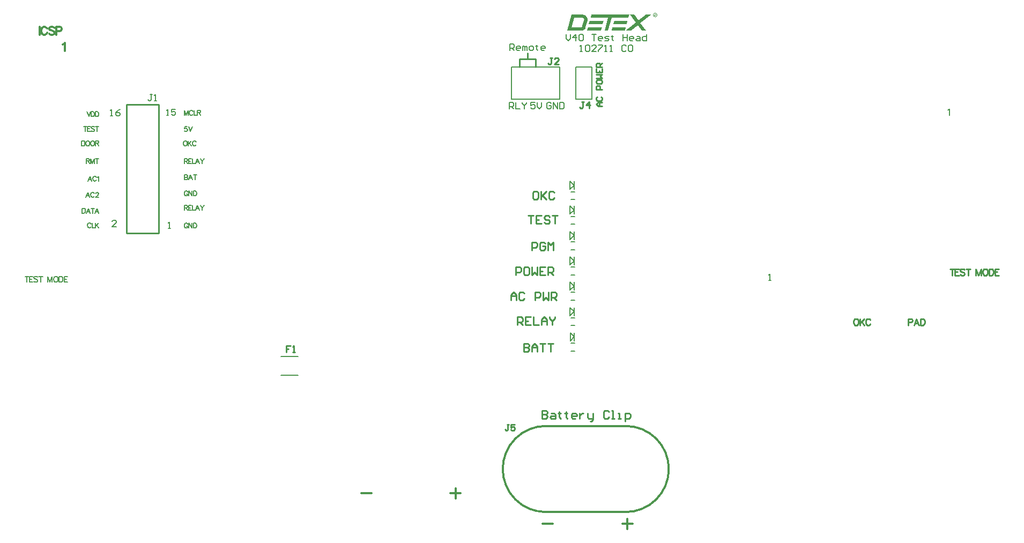
<source format=gto>
G04 Layer_Color=65535*
%FSLAX24Y24*%
%MOIN*%
G70*
G01*
G75*
%ADD16C,0.0120*%
%ADD17C,0.0100*%
%ADD40C,0.0040*%
%ADD41C,0.0079*%
%ADD42C,0.0080*%
%ADD43C,0.0070*%
G36*
X40341Y32356D02*
X40366Y32354D01*
X40399Y32346D01*
X40426Y32336D01*
X40459Y32321D01*
X40486Y32304D01*
X40519Y32281D01*
X40544Y32254D01*
X40564Y32231D01*
X40586Y32196D01*
X40604Y32156D01*
X40616Y32114D01*
X40624Y32071D01*
X40621Y32024D01*
X40619Y31989D01*
X40504Y31566D01*
X40494Y31539D01*
X40479Y31511D01*
X40459Y31476D01*
X40434Y31446D01*
X40404Y31421D01*
X40379Y31401D01*
X40356Y31386D01*
X40329Y31376D01*
X40291Y31361D01*
X40249Y31354D01*
X40226Y31351D01*
X39356D01*
X39626Y32359D01*
X40311D01*
X40341Y32356D01*
D02*
G37*
G36*
X41464Y31351D02*
X40601D01*
X40659Y31561D01*
X41521D01*
X41464Y31351D01*
D02*
G37*
G36*
X44866Y32411D02*
X44870Y32411D01*
X44875Y32410D01*
X44879Y32410D01*
X44884Y32409D01*
X44888Y32407D01*
X44888D01*
X44888Y32407D01*
X44890Y32407D01*
X44891Y32406D01*
X44894Y32404D01*
X44897Y32402D01*
X44899Y32400D01*
X44902Y32397D01*
X44904Y32393D01*
X44905Y32393D01*
X44905Y32392D01*
X44906Y32389D01*
X44908Y32387D01*
X44909Y32383D01*
X44910Y32379D01*
X44911Y32374D01*
X44911Y32369D01*
Y32369D01*
Y32368D01*
Y32367D01*
X44911Y32366D01*
X44910Y32364D01*
X44910Y32362D01*
X44910Y32360D01*
X44909Y32357D01*
X44908Y32352D01*
X44906Y32346D01*
X44904Y32343D01*
X44903Y32341D01*
X44901Y32338D01*
X44899Y32335D01*
X44898Y32335D01*
X44898Y32335D01*
X44897Y32334D01*
X44896Y32333D01*
X44895Y32332D01*
X44894Y32331D01*
X44892Y32330D01*
X44889Y32328D01*
X44887Y32327D01*
X44884Y32326D01*
X44881Y32324D01*
X44878Y32323D01*
X44874Y32322D01*
X44870Y32321D01*
X44866Y32320D01*
X44862Y32319D01*
X44862Y32319D01*
X44863Y32318D01*
X44864Y32317D01*
X44866Y32315D01*
X44867Y32313D01*
X44869Y32310D01*
X44871Y32307D01*
X44873Y32304D01*
X44874Y32304D01*
X44874Y32303D01*
X44875Y32302D01*
X44875Y32301D01*
X44876Y32299D01*
X44878Y32297D01*
X44879Y32294D01*
X44881Y32291D01*
X44882Y32287D01*
X44884Y32283D01*
X44886Y32279D01*
X44888Y32274D01*
X44891Y32269D01*
X44893Y32263D01*
X44896Y32258D01*
X44898Y32251D01*
X44863D01*
Y32252D01*
X44863Y32252D01*
X44862Y32253D01*
X44862Y32254D01*
X44861Y32255D01*
X44861Y32257D01*
X44860Y32259D01*
X44859Y32262D01*
X44858Y32264D01*
X44857Y32267D01*
X44855Y32271D01*
X44854Y32275D01*
X44852Y32279D01*
X44850Y32283D01*
X44848Y32288D01*
X44846Y32293D01*
Y32294D01*
X44846Y32294D01*
X44845Y32295D01*
X44845Y32296D01*
X44843Y32298D01*
X44842Y32302D01*
X44839Y32305D01*
X44837Y32309D01*
X44834Y32312D01*
X44833Y32313D01*
X44832Y32314D01*
X44831Y32314D01*
X44831Y32315D01*
X44830Y32315D01*
X44828Y32316D01*
X44826Y32316D01*
X44823Y32317D01*
X44819Y32317D01*
X44815Y32317D01*
X44802D01*
X44788Y32251D01*
X44755D01*
X44789Y32411D01*
X44864D01*
X44866Y32411D01*
D02*
G37*
G36*
X43004Y31559D02*
X42946Y31349D01*
X42116D01*
X42174Y31561D01*
X43004Y31559D01*
D02*
G37*
G36*
X43161Y32149D02*
X42116D01*
X41901Y31351D01*
X41694D01*
X41906Y32149D01*
X40816D01*
X40871Y32359D01*
X43216D01*
X43161Y32149D01*
D02*
G37*
G36*
X43054Y31749D02*
X42224D01*
X42281Y31959D01*
X43109D01*
X43054Y31749D01*
D02*
G37*
G36*
X43909Y31824D02*
X44264Y31351D01*
X44001D01*
X43746Y31694D01*
X43316Y31351D01*
X42981D01*
X43621Y31861D01*
X43251Y32359D01*
X43514D01*
X43786Y31991D01*
X44246Y32359D01*
X44581D01*
X43909Y31824D01*
D02*
G37*
G36*
X41571Y31749D02*
X40709D01*
X40766Y31959D01*
X41629D01*
X41571Y31749D01*
D02*
G37*
%LPC*%
G36*
X39789Y32154D02*
X39626Y31545D01*
X39631Y31561D01*
X40221D01*
X40246Y31566D01*
X40256Y31571D01*
X40271Y31581D01*
X40284Y31594D01*
X40294Y31606D01*
X40304Y31626D01*
X40311Y31651D01*
X40414Y32066D01*
X40411Y32079D01*
X40406Y32089D01*
X40399Y32101D01*
X40384Y32116D01*
X40374Y32129D01*
X40346Y32144D01*
X40331Y32149D01*
X40311Y32151D01*
X39789Y32149D01*
X39789Y32154D01*
D02*
G37*
G36*
X44857Y32384D02*
X44816D01*
X44807Y32341D01*
X44831D01*
X44833Y32342D01*
X44839Y32342D01*
X44845Y32342D01*
X44850Y32343D01*
X44853Y32343D01*
X44855Y32343D01*
X44858Y32344D01*
X44859Y32344D01*
X44860Y32345D01*
X44861Y32345D01*
X44862Y32346D01*
X44864Y32347D01*
X44867Y32348D01*
X44869Y32350D01*
X44871Y32352D01*
X44873Y32354D01*
X44873Y32355D01*
X44874Y32355D01*
X44875Y32357D01*
X44876Y32359D01*
X44876Y32361D01*
X44877Y32363D01*
X44878Y32366D01*
X44878Y32369D01*
Y32369D01*
Y32370D01*
X44878Y32372D01*
X44877Y32374D01*
X44876Y32376D01*
X44875Y32378D01*
X44873Y32380D01*
X44871Y32382D01*
X44871Y32382D01*
X44870Y32382D01*
X44869Y32383D01*
X44867Y32383D01*
X44864Y32383D01*
X44861Y32384D01*
X44857Y32384D01*
D02*
G37*
%LPD*%
D16*
X38035Y6774D02*
G03*
X38035Y1424I-7J-2675D01*
G01*
X42985D02*
G03*
X42985Y6774I17J2675D01*
G01*
X38035Y1424D02*
X42985D01*
X38035Y6774D02*
X42985D01*
X27200Y2581D02*
X26557D01*
X32419Y2903D02*
Y2260D01*
X32740Y2581D02*
X32097D01*
X6550Y31600D02*
Y31100D01*
X7012Y31481D02*
X6988Y31528D01*
X6940Y31576D01*
X6893Y31600D01*
X6798D01*
X6750Y31576D01*
X6702Y31528D01*
X6679Y31481D01*
X6655Y31409D01*
Y31290D01*
X6679Y31219D01*
X6702Y31171D01*
X6750Y31124D01*
X6798Y31100D01*
X6893D01*
X6940Y31124D01*
X6988Y31171D01*
X7012Y31219D01*
X7486Y31528D02*
X7438Y31576D01*
X7366Y31600D01*
X7271D01*
X7200Y31576D01*
X7152Y31528D01*
Y31481D01*
X7176Y31433D01*
X7200Y31409D01*
X7247Y31386D01*
X7390Y31338D01*
X7438Y31314D01*
X7462Y31290D01*
X7486Y31243D01*
Y31171D01*
X7438Y31124D01*
X7366Y31100D01*
X7271D01*
X7200Y31124D01*
X7152Y31171D01*
X7597Y31338D02*
X7812D01*
X7883Y31362D01*
X7907Y31386D01*
X7931Y31433D01*
Y31505D01*
X7907Y31552D01*
X7883Y31576D01*
X7812Y31600D01*
X7597D01*
Y31100D01*
X8000Y30505D02*
X8048Y30528D01*
X8119Y30600D01*
Y30100D01*
X38475Y683D02*
X37832D01*
X43103Y362D02*
Y1004D01*
X43425Y683D02*
X42782D01*
D17*
X13950Y18750D02*
Y26750D01*
X11950Y18750D02*
X13950D01*
X11950D02*
Y26750D01*
X13950D01*
X37400Y29100D02*
Y29600D01*
X36400D02*
X37400D01*
X36400Y29100D02*
Y29600D01*
X36900D02*
Y29973D01*
X22167Y11750D02*
X21900D01*
Y11550D01*
X22033D01*
X21900D01*
Y11350D01*
X22300D02*
X22433D01*
X22367D01*
Y11750D01*
X22300Y11683D01*
X35733Y6850D02*
X35617D01*
X35675D01*
Y6558D01*
X35617Y6500D01*
X35558D01*
X35500Y6558D01*
X36083Y6850D02*
X35850D01*
Y6675D01*
X35967Y6733D01*
X36025D01*
X36083Y6675D01*
Y6558D01*
X36025Y6500D01*
X35908D01*
X35850Y6558D01*
X38427Y29680D02*
X38293D01*
X38360D01*
Y29347D01*
X38293Y29280D01*
X38227D01*
X38160Y29347D01*
X38826Y29280D02*
X38560D01*
X38826Y29547D01*
Y29613D01*
X38760Y29680D01*
X38627D01*
X38560Y29613D01*
X40382Y26942D02*
X40248D01*
X40315D01*
Y26609D01*
X40248Y26542D01*
X40182D01*
X40115Y26609D01*
X40715Y26542D02*
Y26942D01*
X40515Y26742D01*
X40781D01*
X37470Y21380D02*
X37303D01*
X37220Y21297D01*
Y20963D01*
X37303Y20880D01*
X37470D01*
X37553Y20963D01*
Y21297D01*
X37470Y21380D01*
X37720D02*
Y20880D01*
Y21047D01*
X38053Y21380D01*
X37803Y21130D01*
X38053Y20880D01*
X38553Y21297D02*
X38470Y21380D01*
X38303D01*
X38220Y21297D01*
Y20963D01*
X38303Y20880D01*
X38470D01*
X38553Y20963D01*
X41521Y26664D02*
X41288D01*
X41171Y26781D01*
X41288Y26897D01*
X41521D01*
X41346D01*
Y26664D01*
X41230Y27247D02*
X41171Y27189D01*
Y27072D01*
X41230Y27014D01*
X41463D01*
X41521Y27072D01*
Y27189D01*
X41463Y27247D01*
X41521Y27714D02*
X41171D01*
Y27889D01*
X41230Y27947D01*
X41346D01*
X41405Y27889D01*
Y27714D01*
X41171Y28239D02*
Y28122D01*
X41230Y28064D01*
X41463D01*
X41521Y28122D01*
Y28239D01*
X41463Y28297D01*
X41230D01*
X41171Y28239D01*
Y28414D02*
X41521D01*
X41405Y28530D01*
X41521Y28647D01*
X41171D01*
Y28997D02*
Y28763D01*
X41521D01*
Y28997D01*
X41346Y28763D02*
Y28880D01*
X41521Y29113D02*
X41171D01*
Y29288D01*
X41230Y29347D01*
X41346D01*
X41405Y29288D01*
Y29113D01*
Y29230D02*
X41521Y29347D01*
X36650Y11900D02*
Y11400D01*
X36900D01*
X36983Y11484D01*
Y11567D01*
X36900Y11650D01*
X36650D01*
X36900D01*
X36983Y11734D01*
Y11817D01*
X36900Y11900D01*
X36650D01*
X37150Y11400D02*
Y11734D01*
X37316Y11900D01*
X37483Y11734D01*
Y11400D01*
Y11650D01*
X37150D01*
X37650Y11900D02*
X37983D01*
X37816D01*
Y11400D01*
X38150Y11900D02*
X38483D01*
X38316D01*
Y11400D01*
X36250Y13064D02*
Y13564D01*
X36500D01*
X36583Y13480D01*
Y13314D01*
X36500Y13230D01*
X36250D01*
X36417D02*
X36583Y13064D01*
X37083Y13564D02*
X36750D01*
Y13064D01*
X37083D01*
X36750Y13314D02*
X36916D01*
X37250Y13564D02*
Y13064D01*
X37583D01*
X37750D02*
Y13397D01*
X37916Y13564D01*
X38083Y13397D01*
Y13064D01*
Y13314D01*
X37750D01*
X38249Y13564D02*
Y13480D01*
X38416Y13314D01*
X38583Y13480D01*
Y13564D01*
X38416Y13314D02*
Y13064D01*
X35850Y14600D02*
Y14933D01*
X36017Y15100D01*
X36183Y14933D01*
Y14600D01*
Y14850D01*
X35850D01*
X36683Y15017D02*
X36600Y15100D01*
X36433D01*
X36350Y15017D01*
Y14683D01*
X36433Y14600D01*
X36600D01*
X36683Y14683D01*
X37350Y14600D02*
Y15100D01*
X37599D01*
X37683Y15017D01*
Y14850D01*
X37599Y14767D01*
X37350D01*
X37849Y15100D02*
Y14600D01*
X38016Y14767D01*
X38183Y14600D01*
Y15100D01*
X38349Y14600D02*
Y15100D01*
X38599D01*
X38682Y15017D01*
Y14850D01*
X38599Y14767D01*
X38349D01*
X38516D02*
X38682Y14600D01*
X36150Y16164D02*
Y16664D01*
X36400D01*
X36483Y16581D01*
Y16414D01*
X36400Y16331D01*
X36150D01*
X36900Y16664D02*
X36733D01*
X36650Y16581D01*
Y16247D01*
X36733Y16164D01*
X36900D01*
X36983Y16247D01*
Y16581D01*
X36900Y16664D01*
X37150D02*
Y16164D01*
X37316Y16331D01*
X37483Y16164D01*
Y16664D01*
X37983D02*
X37650D01*
Y16164D01*
X37983D01*
X37650Y16414D02*
X37816D01*
X38149Y16164D02*
Y16664D01*
X38399D01*
X38483Y16581D01*
Y16414D01*
X38399Y16331D01*
X38149D01*
X38316D02*
X38483Y16164D01*
X37150Y17700D02*
Y18200D01*
X37400D01*
X37483Y18117D01*
Y17950D01*
X37400Y17867D01*
X37150D01*
X37983Y18117D02*
X37900Y18200D01*
X37733D01*
X37650Y18117D01*
Y17783D01*
X37733Y17700D01*
X37900D01*
X37983Y17783D01*
Y17950D01*
X37816D01*
X38150Y17700D02*
Y18200D01*
X38316Y18033D01*
X38483Y18200D01*
Y17700D01*
X36940Y19860D02*
X37273D01*
X37107D01*
Y19360D01*
X37773Y19860D02*
X37440D01*
Y19360D01*
X37773D01*
X37440Y19610D02*
X37606D01*
X38273Y19777D02*
X38190Y19860D01*
X38023D01*
X37940Y19777D01*
Y19693D01*
X38023Y19610D01*
X38190D01*
X38273Y19527D01*
Y19443D01*
X38190Y19360D01*
X38023D01*
X37940Y19443D01*
X38440Y19860D02*
X38773D01*
X38606D01*
Y19360D01*
X37780Y7744D02*
Y7244D01*
X38030D01*
X38113Y7328D01*
Y7411D01*
X38030Y7494D01*
X37780D01*
X38030D01*
X38113Y7578D01*
Y7661D01*
X38030Y7744D01*
X37780D01*
X38363Y7578D02*
X38529D01*
X38613Y7494D01*
Y7244D01*
X38363D01*
X38279Y7328D01*
X38363Y7411D01*
X38613D01*
X38863Y7661D02*
Y7578D01*
X38779D01*
X38946D01*
X38863D01*
Y7328D01*
X38946Y7244D01*
X39279Y7661D02*
Y7578D01*
X39196D01*
X39362D01*
X39279D01*
Y7328D01*
X39362Y7244D01*
X39862D02*
X39696D01*
X39612Y7328D01*
Y7494D01*
X39696Y7578D01*
X39862D01*
X39946Y7494D01*
Y7411D01*
X39612D01*
X40112Y7578D02*
Y7244D01*
Y7411D01*
X40196Y7494D01*
X40279Y7578D01*
X40362D01*
X40612D02*
Y7328D01*
X40695Y7244D01*
X40945D01*
Y7161D01*
X40862Y7078D01*
X40779D01*
X40945Y7244D02*
Y7578D01*
X41945Y7661D02*
X41862Y7744D01*
X41695D01*
X41612Y7661D01*
Y7328D01*
X41695Y7244D01*
X41862D01*
X41945Y7328D01*
X42112Y7244D02*
X42278D01*
X42195D01*
Y7744D01*
X42112D01*
X42528Y7244D02*
X42695D01*
X42611D01*
Y7578D01*
X42528D01*
X42945Y7078D02*
Y7578D01*
X43195D01*
X43278Y7494D01*
Y7328D01*
X43195Y7244D01*
X42945D01*
X57276Y13445D02*
X57238Y13426D01*
X57200Y13388D01*
X57181Y13349D01*
X57162Y13292D01*
Y13197D01*
X57181Y13140D01*
X57200Y13102D01*
X57238Y13064D01*
X57276Y13045D01*
X57352D01*
X57390Y13064D01*
X57428Y13102D01*
X57448Y13140D01*
X57467Y13197D01*
Y13292D01*
X57448Y13349D01*
X57428Y13388D01*
X57390Y13426D01*
X57352Y13445D01*
X57276D01*
X57560D02*
Y13045D01*
X57827Y13445D02*
X57560Y13178D01*
X57655Y13273D02*
X57827Y13045D01*
X58202Y13349D02*
X58183Y13388D01*
X58145Y13426D01*
X58106Y13445D01*
X58030D01*
X57992Y13426D01*
X57954Y13388D01*
X57935Y13349D01*
X57916Y13292D01*
Y13197D01*
X57935Y13140D01*
X57954Y13102D01*
X57992Y13064D01*
X58030Y13045D01*
X58106D01*
X58145Y13064D01*
X58183Y13102D01*
X58202Y13140D01*
X60562Y13235D02*
X60733D01*
X60790Y13254D01*
X60809Y13273D01*
X60828Y13311D01*
Y13369D01*
X60809Y13407D01*
X60790Y13426D01*
X60733Y13445D01*
X60562D01*
Y13045D01*
X61223D02*
X61070Y13445D01*
X60918Y13045D01*
X60975Y13178D02*
X61166D01*
X61316Y13445D02*
Y13045D01*
Y13445D02*
X61449D01*
X61506Y13426D01*
X61545Y13388D01*
X61564Y13349D01*
X61583Y13292D01*
Y13197D01*
X61564Y13140D01*
X61545Y13102D01*
X61506Y13064D01*
X61449Y13045D01*
X61316D01*
X63295Y16545D02*
Y16145D01*
X63162Y16545D02*
X63429D01*
X63724D02*
X63476D01*
Y16145D01*
X63724D01*
X63476Y16354D02*
X63628D01*
X64057Y16488D02*
X64019Y16526D01*
X63962Y16545D01*
X63886D01*
X63828Y16526D01*
X63790Y16488D01*
Y16450D01*
X63809Y16411D01*
X63828Y16392D01*
X63867Y16373D01*
X63981Y16335D01*
X64019Y16316D01*
X64038Y16297D01*
X64057Y16259D01*
Y16202D01*
X64019Y16164D01*
X63962Y16145D01*
X63886D01*
X63828Y16164D01*
X63790Y16202D01*
X64280Y16545D02*
Y16145D01*
X64146Y16545D02*
X64413D01*
X64775D02*
Y16145D01*
Y16545D02*
X64927Y16145D01*
X65080Y16545D02*
X64927Y16145D01*
X65080Y16545D02*
Y16145D01*
X65308Y16545D02*
X65270Y16526D01*
X65232Y16488D01*
X65213Y16450D01*
X65194Y16392D01*
Y16297D01*
X65213Y16240D01*
X65232Y16202D01*
X65270Y16164D01*
X65308Y16145D01*
X65384D01*
X65422Y16164D01*
X65460Y16202D01*
X65479Y16240D01*
X65499Y16297D01*
Y16392D01*
X65479Y16450D01*
X65460Y16488D01*
X65422Y16526D01*
X65384Y16545D01*
X65308D01*
X65592D02*
Y16145D01*
Y16545D02*
X65725D01*
X65782Y16526D01*
X65820Y16488D01*
X65839Y16450D01*
X65858Y16392D01*
Y16297D01*
X65839Y16240D01*
X65820Y16202D01*
X65782Y16164D01*
X65725Y16145D01*
X65592D01*
X66196Y16545D02*
X65948D01*
Y16145D01*
X66196D01*
X65948Y16354D02*
X66100D01*
D40*
X44953Y32331D02*
G03*
X44953Y32331I-120J0D01*
G01*
D41*
X21569Y11081D02*
X22631D01*
X21569Y9919D02*
X22631D01*
X39539Y21486D02*
Y21986D01*
Y21486D02*
X39789Y21736D01*
X39539Y21986D02*
X39789Y21736D01*
Y21486D02*
Y21986D01*
X39582Y21346D02*
X39818D01*
X39582Y20854D02*
X39818D01*
X39544Y18371D02*
Y18871D01*
Y18371D02*
X39794Y18621D01*
X39544Y18871D02*
X39794Y18621D01*
Y18371D02*
Y18871D01*
X39587Y18231D02*
X39823D01*
X39587Y17739D02*
X39823D01*
X39544Y13646D02*
Y14146D01*
Y13646D02*
X39794Y13896D01*
X39544Y14146D02*
X39794Y13896D01*
Y13646D02*
Y14146D01*
X39587Y13507D02*
X39823D01*
X39587Y13015D02*
X39823D01*
X39544Y16796D02*
Y17296D01*
Y16796D02*
X39794Y17046D01*
X39544Y17296D02*
X39794Y17046D01*
Y16796D02*
Y17296D01*
X39587Y16656D02*
X39823D01*
X39587Y16164D02*
X39823D01*
X39544Y15221D02*
Y15721D01*
Y15221D02*
X39794Y15471D01*
X39544Y15721D02*
X39794Y15471D01*
Y15221D02*
Y15721D01*
X39587Y15081D02*
X39823D01*
X39587Y14589D02*
X39823D01*
X36983Y27100D02*
X38900D01*
X35900D02*
X38900D01*
X35900Y29100D02*
X38900D01*
X35900Y27100D02*
Y29100D01*
X38900Y27100D02*
Y29100D01*
X39900Y27100D02*
Y29100D01*
Y27100D02*
X40900D01*
Y29100D01*
X39900D02*
X40900D01*
X39551Y12072D02*
Y12572D01*
Y12072D02*
X39801Y12322D01*
X39551Y12572D02*
X39801Y12322D01*
Y12072D02*
Y12572D01*
X39594Y11932D02*
X39830D01*
X39594Y11440D02*
X39830D01*
X39544Y19951D02*
Y20451D01*
Y19951D02*
X39794Y20201D01*
X39544Y20451D02*
X39794Y20201D01*
Y19951D02*
Y20451D01*
X39587Y19811D02*
X39823D01*
X39587Y19319D02*
X39823D01*
X5767Y16065D02*
Y15715D01*
X5650Y16065D02*
X5883D01*
X6142D02*
X5925D01*
Y15715D01*
X6142D01*
X5925Y15898D02*
X6058D01*
X6433Y16015D02*
X6400Y16048D01*
X6350Y16065D01*
X6283D01*
X6233Y16048D01*
X6200Y16015D01*
Y15982D01*
X6217Y15948D01*
X6233Y15932D01*
X6267Y15915D01*
X6367Y15882D01*
X6400Y15865D01*
X6417Y15848D01*
X6433Y15815D01*
Y15765D01*
X6400Y15732D01*
X6350Y15715D01*
X6283D01*
X6233Y15732D01*
X6200Y15765D01*
X6628Y16065D02*
Y15715D01*
X6511Y16065D02*
X6745D01*
X7061D02*
Y15715D01*
Y16065D02*
X7195Y15715D01*
X7328Y16065D02*
X7195Y15715D01*
X7328Y16065D02*
Y15715D01*
X7528Y16065D02*
X7495Y16048D01*
X7461Y16015D01*
X7445Y15982D01*
X7428Y15932D01*
Y15848D01*
X7445Y15798D01*
X7461Y15765D01*
X7495Y15732D01*
X7528Y15715D01*
X7595D01*
X7628Y15732D01*
X7661Y15765D01*
X7678Y15798D01*
X7695Y15848D01*
Y15932D01*
X7678Y15982D01*
X7661Y16015D01*
X7628Y16048D01*
X7595Y16065D01*
X7528D01*
X7776D02*
Y15715D01*
Y16065D02*
X7893D01*
X7943Y16048D01*
X7976Y16015D01*
X7993Y15982D01*
X8009Y15932D01*
Y15848D01*
X7993Y15798D01*
X7976Y15765D01*
X7943Y15732D01*
X7893Y15715D01*
X7776D01*
X8304Y16065D02*
X8088D01*
Y15715D01*
X8304D01*
X8088Y15898D02*
X8221D01*
X63032Y26423D02*
X63069Y26442D01*
X63126Y26498D01*
Y26105D01*
D42*
X39293Y31121D02*
Y30855D01*
X39426Y30721D01*
X39560Y30855D01*
Y31121D01*
X39893Y30721D02*
Y31121D01*
X39693Y30921D01*
X39959D01*
X40093Y31055D02*
X40159Y31121D01*
X40293D01*
X40359Y31055D01*
Y30788D01*
X40293Y30721D01*
X40159D01*
X40093Y30788D01*
Y31055D01*
X40893Y31121D02*
X41159D01*
X41026D01*
Y30721D01*
X41492D02*
X41359D01*
X41292Y30788D01*
Y30921D01*
X41359Y30988D01*
X41492D01*
X41559Y30921D01*
Y30855D01*
X41292D01*
X41692Y30721D02*
X41892D01*
X41959Y30788D01*
X41892Y30855D01*
X41759D01*
X41692Y30921D01*
X41759Y30988D01*
X41959D01*
X42159Y31055D02*
Y30988D01*
X42092D01*
X42225D01*
X42159D01*
Y30788D01*
X42225Y30721D01*
X42825Y31121D02*
Y30721D01*
Y30921D01*
X43092D01*
Y31121D01*
Y30721D01*
X43425D02*
X43292D01*
X43225Y30788D01*
Y30921D01*
X43292Y30988D01*
X43425D01*
X43492Y30921D01*
Y30855D01*
X43225D01*
X43692Y30988D02*
X43825D01*
X43892Y30921D01*
Y30721D01*
X43692D01*
X43625Y30788D01*
X43692Y30855D01*
X43892D01*
X44291Y31121D02*
Y30721D01*
X44092D01*
X44025Y30788D01*
Y30921D01*
X44092Y30988D01*
X44291D01*
X40159Y30049D02*
X40293D01*
X40226D01*
Y30449D01*
X40159Y30383D01*
X40493D02*
X40559Y30449D01*
X40693D01*
X40759Y30383D01*
Y30116D01*
X40693Y30049D01*
X40559D01*
X40493Y30116D01*
Y30383D01*
X41159Y30049D02*
X40893D01*
X41159Y30316D01*
Y30383D01*
X41092Y30449D01*
X40959D01*
X40893Y30383D01*
X41292Y30449D02*
X41559D01*
Y30383D01*
X41292Y30116D01*
Y30049D01*
X41692D02*
X41826D01*
X41759D01*
Y30449D01*
X41692Y30383D01*
X42025Y30049D02*
X42159D01*
X42092D01*
Y30449D01*
X42025Y30383D01*
X43025D02*
X42959Y30449D01*
X42825D01*
X42759Y30383D01*
Y30116D01*
X42825Y30049D01*
X42959D01*
X43025Y30116D01*
X43158Y30383D02*
X43225Y30449D01*
X43358D01*
X43425Y30383D01*
Y30116D01*
X43358Y30049D01*
X43225D01*
X43158Y30116D01*
Y30383D01*
X13567Y27400D02*
X13433D01*
X13500D01*
Y27067D01*
X13433Y27000D01*
X13367D01*
X13300Y27067D01*
X13700Y27000D02*
X13833D01*
X13767D01*
Y27400D01*
X13700Y27333D01*
X15550Y23387D02*
Y23088D01*
Y23387D02*
X15679D01*
X15721Y23373D01*
X15736Y23359D01*
X15750Y23330D01*
Y23302D01*
X15736Y23273D01*
X15721Y23259D01*
X15679Y23245D01*
X15550D01*
X15650D02*
X15750Y23088D01*
X16003Y23387D02*
X15817D01*
Y23088D01*
X16003D01*
X15817Y23245D02*
X15931D01*
X16053Y23387D02*
Y23088D01*
X16224D01*
X16486D02*
X16371Y23387D01*
X16257Y23088D01*
X16300Y23188D02*
X16443D01*
X16556Y23387D02*
X16670Y23245D01*
Y23088D01*
X16784Y23387D02*
X16670Y23245D01*
X15764Y21316D02*
X15750Y21345D01*
X15721Y21373D01*
X15693Y21387D01*
X15636D01*
X15607Y21373D01*
X15579Y21345D01*
X15564Y21316D01*
X15550Y21273D01*
Y21202D01*
X15564Y21159D01*
X15579Y21130D01*
X15607Y21102D01*
X15636Y21088D01*
X15693D01*
X15721Y21102D01*
X15750Y21130D01*
X15764Y21159D01*
Y21202D01*
X15693D02*
X15764D01*
X15833Y21387D02*
Y21088D01*
Y21387D02*
X16033Y21088D01*
Y21387D02*
Y21088D01*
X16116Y21387D02*
Y21088D01*
Y21387D02*
X16216D01*
X16258Y21373D01*
X16287Y21345D01*
X16301Y21316D01*
X16316Y21273D01*
Y21202D01*
X16301Y21159D01*
X16287Y21130D01*
X16258Y21102D01*
X16216Y21088D01*
X16116D01*
X15721Y25387D02*
X15579D01*
X15564Y25259D01*
X15579Y25273D01*
X15621Y25287D01*
X15664D01*
X15707Y25273D01*
X15736Y25245D01*
X15750Y25202D01*
Y25173D01*
X15736Y25130D01*
X15707Y25102D01*
X15664Y25088D01*
X15621D01*
X15579Y25102D01*
X15564Y25116D01*
X15550Y25145D01*
X15817Y25387D02*
X15931Y25088D01*
X16046Y25387D02*
X15931Y25088D01*
X15586Y24500D02*
X15557Y24486D01*
X15529Y24457D01*
X15514Y24429D01*
X15500Y24386D01*
Y24314D01*
X15514Y24271D01*
X15529Y24243D01*
X15557Y24214D01*
X15586Y24200D01*
X15643D01*
X15671Y24214D01*
X15700Y24243D01*
X15714Y24271D01*
X15729Y24314D01*
Y24386D01*
X15714Y24429D01*
X15700Y24457D01*
X15671Y24486D01*
X15643Y24500D01*
X15586D01*
X15799D02*
Y24200D01*
X15998Y24500D02*
X15799Y24300D01*
X15870Y24371D02*
X15998Y24200D01*
X16280Y24429D02*
X16266Y24457D01*
X16237Y24486D01*
X16208Y24500D01*
X16151D01*
X16123Y24486D01*
X16094Y24457D01*
X16080Y24429D01*
X16066Y24386D01*
Y24314D01*
X16080Y24271D01*
X16094Y24243D01*
X16123Y24214D01*
X16151Y24200D01*
X16208D01*
X16237Y24214D01*
X16266Y24243D01*
X16280Y24271D01*
X9400Y25400D02*
Y25100D01*
X9300Y25400D02*
X9500D01*
X9721D02*
X9536D01*
Y25100D01*
X9721D01*
X9536Y25257D02*
X9650D01*
X9971Y25357D02*
X9943Y25386D01*
X9900Y25400D01*
X9843D01*
X9800Y25386D01*
X9771Y25357D01*
Y25329D01*
X9786Y25300D01*
X9800Y25286D01*
X9828Y25271D01*
X9914Y25243D01*
X9943Y25229D01*
X9957Y25214D01*
X9971Y25186D01*
Y25143D01*
X9943Y25114D01*
X9900Y25100D01*
X9843D01*
X9800Y25114D01*
X9771Y25143D01*
X10138Y25400D02*
Y25100D01*
X10038Y25400D02*
X10238D01*
X9174Y24500D02*
Y24200D01*
Y24500D02*
X9274D01*
X9317Y24486D01*
X9346Y24457D01*
X9360Y24429D01*
X9374Y24386D01*
Y24314D01*
X9360Y24271D01*
X9346Y24243D01*
X9317Y24214D01*
X9274Y24200D01*
X9174D01*
X9527Y24500D02*
X9499Y24486D01*
X9470Y24457D01*
X9456Y24429D01*
X9441Y24386D01*
Y24314D01*
X9456Y24271D01*
X9470Y24243D01*
X9499Y24214D01*
X9527Y24200D01*
X9584D01*
X9613Y24214D01*
X9641Y24243D01*
X9656Y24271D01*
X9670Y24314D01*
Y24386D01*
X9656Y24429D01*
X9641Y24457D01*
X9613Y24486D01*
X9584Y24500D01*
X9527D01*
X9826D02*
X9797Y24486D01*
X9768Y24457D01*
X9754Y24429D01*
X9740Y24386D01*
Y24314D01*
X9754Y24271D01*
X9768Y24243D01*
X9797Y24214D01*
X9826Y24200D01*
X9883D01*
X9911Y24214D01*
X9940Y24243D01*
X9954Y24271D01*
X9968Y24314D01*
Y24386D01*
X9954Y24429D01*
X9940Y24457D01*
X9911Y24486D01*
X9883Y24500D01*
X9826D01*
X10038D02*
Y24200D01*
Y24500D02*
X10167D01*
X10210Y24486D01*
X10224Y24471D01*
X10238Y24443D01*
Y24414D01*
X10224Y24386D01*
X10210Y24371D01*
X10167Y24357D01*
X10038D01*
X10138D02*
X10238Y24200D01*
X15550Y26400D02*
Y26100D01*
Y26400D02*
X15664Y26100D01*
X15779Y26400D02*
X15664Y26100D01*
X15779Y26400D02*
Y26100D01*
X16078Y26329D02*
X16064Y26357D01*
X16036Y26386D01*
X16007Y26400D01*
X15950D01*
X15921Y26386D01*
X15893Y26357D01*
X15878Y26329D01*
X15864Y26286D01*
Y26214D01*
X15878Y26171D01*
X15893Y26143D01*
X15921Y26114D01*
X15950Y26100D01*
X16007D01*
X16036Y26114D01*
X16064Y26143D01*
X16078Y26171D01*
X16163Y26400D02*
Y26100D01*
X16334D01*
X16367Y26400D02*
Y26100D01*
Y26400D02*
X16496D01*
X16538Y26386D01*
X16553Y26371D01*
X16567Y26343D01*
Y26314D01*
X16553Y26286D01*
X16538Y26271D01*
X16496Y26257D01*
X16367D01*
X16467D02*
X16567Y26100D01*
X9670Y21005D02*
X9556Y21305D01*
X9441Y21005D01*
X9484Y21105D02*
X9627D01*
X9954Y21233D02*
X9940Y21262D01*
X9911Y21290D01*
X9883Y21305D01*
X9826D01*
X9797Y21290D01*
X9768Y21262D01*
X9754Y21233D01*
X9740Y21190D01*
Y21119D01*
X9754Y21076D01*
X9768Y21047D01*
X9797Y21019D01*
X9826Y21005D01*
X9883D01*
X9911Y21019D01*
X9940Y21047D01*
X9954Y21076D01*
X10053Y21233D02*
Y21247D01*
X10067Y21276D01*
X10081Y21290D01*
X10110Y21305D01*
X10167D01*
X10196Y21290D01*
X10210Y21276D01*
X10224Y21247D01*
Y21219D01*
X10210Y21190D01*
X10181Y21147D01*
X10038Y21005D01*
X10238D01*
X9798Y22005D02*
X9684Y22305D01*
X9570Y22005D01*
X9613Y22105D02*
X9756D01*
X10083Y22233D02*
X10068Y22262D01*
X10040Y22290D01*
X10011Y22305D01*
X9954D01*
X9926Y22290D01*
X9897Y22262D01*
X9883Y22233D01*
X9868Y22190D01*
Y22119D01*
X9883Y22076D01*
X9897Y22048D01*
X9926Y22019D01*
X9954Y22005D01*
X10011D01*
X10040Y22019D01*
X10068Y22048D01*
X10083Y22076D01*
X10167Y22247D02*
X10196Y22262D01*
X10238Y22305D01*
Y22005D01*
X15550Y20487D02*
Y20188D01*
Y20487D02*
X15679D01*
X15721Y20473D01*
X15736Y20459D01*
X15750Y20430D01*
Y20402D01*
X15736Y20373D01*
X15721Y20359D01*
X15679Y20345D01*
X15550D01*
X15650D02*
X15750Y20188D01*
X16003Y20487D02*
X15817D01*
Y20188D01*
X16003D01*
X15817Y20345D02*
X15931D01*
X16053Y20487D02*
Y20188D01*
X16224D01*
X16486D02*
X16371Y20487D01*
X16257Y20188D01*
X16300Y20288D02*
X16443D01*
X16556Y20487D02*
X16670Y20345D01*
Y20188D01*
X16784Y20487D02*
X16670Y20345D01*
X9457Y23400D02*
Y23100D01*
Y23400D02*
X9586D01*
X9628Y23386D01*
X9643Y23371D01*
X9657Y23343D01*
Y23314D01*
X9643Y23286D01*
X9628Y23271D01*
X9586Y23257D01*
X9457D01*
X9557D02*
X9657Y23100D01*
X9724Y23400D02*
Y23100D01*
Y23400D02*
X9838Y23100D01*
X9953Y23400D02*
X9838Y23100D01*
X9953Y23400D02*
Y23100D01*
X10138Y23400D02*
Y23100D01*
X10038Y23400D02*
X10238D01*
X15764Y19316D02*
X15750Y19345D01*
X15721Y19373D01*
X15693Y19387D01*
X15636D01*
X15607Y19373D01*
X15579Y19345D01*
X15564Y19316D01*
X15550Y19273D01*
Y19202D01*
X15564Y19159D01*
X15579Y19130D01*
X15607Y19102D01*
X15636Y19088D01*
X15693D01*
X15721Y19102D01*
X15750Y19130D01*
X15764Y19159D01*
Y19202D01*
X15693D02*
X15764D01*
X15833Y19387D02*
Y19088D01*
Y19387D02*
X16033Y19088D01*
Y19387D02*
Y19088D01*
X16116Y19387D02*
Y19088D01*
Y19387D02*
X16216D01*
X16258Y19373D01*
X16287Y19345D01*
X16301Y19316D01*
X16316Y19273D01*
Y19202D01*
X16301Y19159D01*
X16287Y19130D01*
X16258Y19102D01*
X16216Y19088D01*
X16116D01*
X15550Y22387D02*
Y22088D01*
Y22387D02*
X15679D01*
X15721Y22373D01*
X15736Y22359D01*
X15750Y22330D01*
Y22302D01*
X15736Y22273D01*
X15721Y22259D01*
X15679Y22245D01*
X15550D02*
X15679D01*
X15721Y22230D01*
X15736Y22216D01*
X15750Y22188D01*
Y22145D01*
X15736Y22116D01*
X15721Y22102D01*
X15679Y22088D01*
X15550D01*
X16046D02*
X15931Y22387D01*
X15817Y22088D01*
X15860Y22188D02*
X16003D01*
X16216Y22387D02*
Y22088D01*
X16116Y22387D02*
X16316D01*
X9750Y19333D02*
X9736Y19362D01*
X9707Y19390D01*
X9678Y19405D01*
X9621D01*
X9593Y19390D01*
X9564Y19362D01*
X9550Y19333D01*
X9536Y19290D01*
Y19219D01*
X9550Y19176D01*
X9564Y19147D01*
X9593Y19119D01*
X9621Y19105D01*
X9678D01*
X9707Y19119D01*
X9736Y19147D01*
X9750Y19176D01*
X9834Y19405D02*
Y19105D01*
X10006D01*
X10038Y19405D02*
Y19105D01*
X10238Y19405D02*
X10038Y19205D01*
X10110Y19276D02*
X10238Y19105D01*
X9209Y20305D02*
Y20005D01*
Y20305D02*
X9309D01*
X9351Y20290D01*
X9380Y20262D01*
X9394Y20233D01*
X9409Y20190D01*
Y20119D01*
X9394Y20076D01*
X9380Y20048D01*
X9351Y20019D01*
X9309Y20005D01*
X9209D01*
X9704D02*
X9590Y20305D01*
X9476Y20005D01*
X9519Y20105D02*
X9661D01*
X9874Y20305D02*
Y20005D01*
X9774Y20305D02*
X9974D01*
X10238Y20005D02*
X10124Y20305D01*
X10010Y20005D01*
X10053Y20105D02*
X10196D01*
X9504Y26317D02*
X9618Y26017D01*
X9733Y26317D02*
X9618Y26017D01*
X9771Y26317D02*
Y26017D01*
Y26317D02*
X9871D01*
X9914Y26303D01*
X9943Y26274D01*
X9957Y26246D01*
X9971Y26203D01*
Y26131D01*
X9957Y26089D01*
X9943Y26060D01*
X9914Y26031D01*
X9871Y26017D01*
X9771D01*
X10038Y26317D02*
Y26017D01*
Y26317D02*
X10138D01*
X10181Y26303D01*
X10210Y26274D01*
X10224Y26246D01*
X10238Y26203D01*
Y26131D01*
X10224Y26089D01*
X10210Y26060D01*
X10181Y26031D01*
X10138Y26017D01*
X10038D01*
X51910Y15820D02*
X52043D01*
X51977D01*
Y16220D01*
X51910Y16153D01*
X35780Y30120D02*
Y30520D01*
X35980D01*
X36047Y30453D01*
Y30320D01*
X35980Y30253D01*
X35780D01*
X35913D02*
X36047Y30120D01*
X36380D02*
X36247D01*
X36180Y30187D01*
Y30320D01*
X36247Y30387D01*
X36380D01*
X36446Y30320D01*
Y30253D01*
X36180D01*
X36580Y30120D02*
Y30387D01*
X36646D01*
X36713Y30320D01*
Y30120D01*
Y30320D01*
X36780Y30387D01*
X36846Y30320D01*
Y30120D01*
X37046D02*
X37180D01*
X37246Y30187D01*
Y30320D01*
X37180Y30387D01*
X37046D01*
X36980Y30320D01*
Y30187D01*
X37046Y30120D01*
X37446Y30453D02*
Y30387D01*
X37379D01*
X37513D01*
X37446D01*
Y30187D01*
X37513Y30120D01*
X37913D02*
X37779D01*
X37713Y30187D01*
Y30320D01*
X37779Y30387D01*
X37913D01*
X37979Y30320D01*
Y30253D01*
X37713D01*
X37346Y26900D02*
X37079D01*
Y26700D01*
X37212Y26767D01*
X37279D01*
X37346Y26700D01*
Y26567D01*
X37279Y26500D01*
X37146D01*
X37079Y26567D01*
X37479Y26900D02*
Y26633D01*
X37612Y26500D01*
X37746Y26633D01*
Y26900D01*
X38367Y26833D02*
X38300Y26900D01*
X38167D01*
X38100Y26833D01*
Y26567D01*
X38167Y26500D01*
X38300D01*
X38367Y26567D01*
Y26700D01*
X38233D01*
X38500Y26500D02*
Y26900D01*
X38766Y26500D01*
Y26900D01*
X38900D02*
Y26500D01*
X39100D01*
X39166Y26567D01*
Y26833D01*
X39100Y26900D01*
X38900D01*
X35770Y26500D02*
Y26900D01*
X35970D01*
X36037Y26833D01*
Y26700D01*
X35970Y26633D01*
X35770D01*
X35903D02*
X36037Y26500D01*
X36170Y26900D02*
Y26500D01*
X36436D01*
X36570Y26900D02*
Y26833D01*
X36703Y26700D01*
X36836Y26833D01*
Y26900D01*
X36703Y26700D02*
Y26500D01*
D43*
X10950Y26050D02*
X11083D01*
X11017D01*
Y26450D01*
X10950Y26383D01*
X11550Y26450D02*
X11417Y26383D01*
X11283Y26250D01*
Y26117D01*
X11350Y26050D01*
X11483D01*
X11550Y26117D01*
Y26183D01*
X11483Y26250D01*
X11283D01*
X14450Y26100D02*
X14573D01*
X14512D01*
Y26470D01*
X14450Y26408D01*
X15005Y26470D02*
X14758D01*
Y26285D01*
X14882Y26347D01*
X14943D01*
X15005Y26285D01*
Y26162D01*
X14943Y26100D01*
X14820D01*
X14758Y26162D01*
X11317Y19150D02*
X11050D01*
X11317Y19417D01*
Y19483D01*
X11250Y19550D01*
X11117D01*
X11050Y19483D01*
X14550Y19050D02*
X14683D01*
X14617D01*
Y19450D01*
X14550Y19383D01*
M02*

</source>
